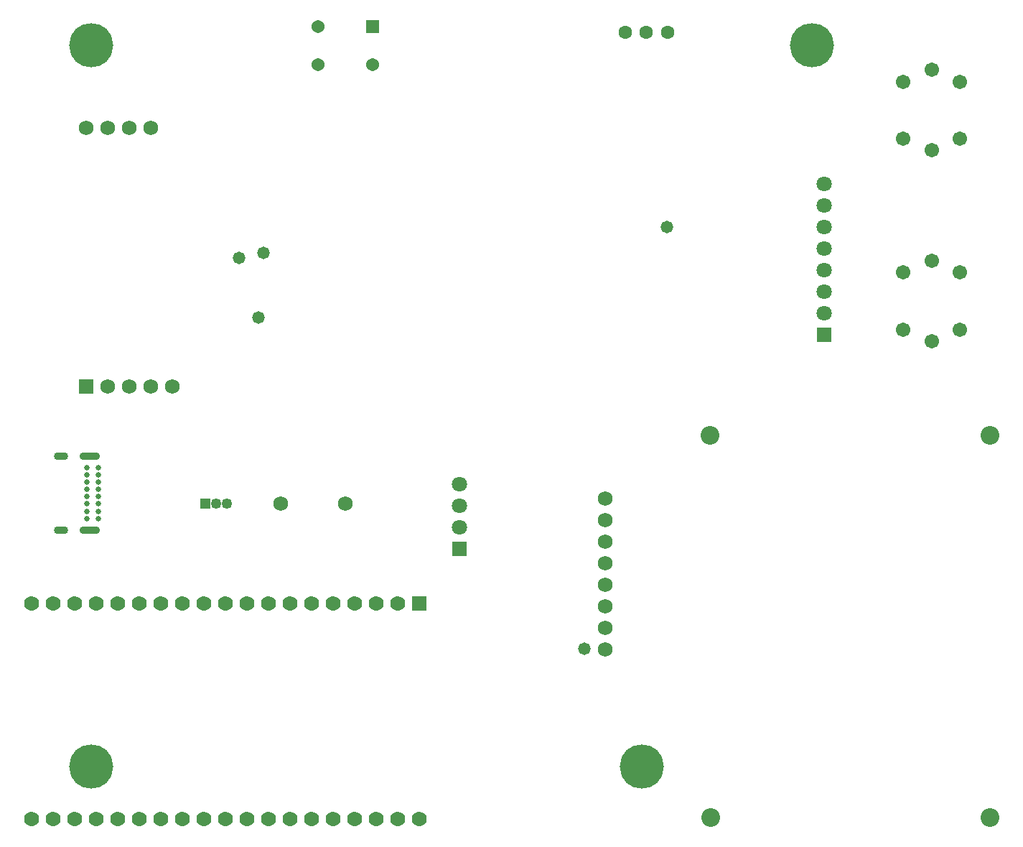
<source format=gbs>
G04*
G04 #@! TF.GenerationSoftware,Altium Limited,Altium Designer,21.1.1 (26)*
G04*
G04 Layer_Color=16711935*
%FSLAX44Y44*%
%MOMM*%
G71*
G04*
G04 #@! TF.SameCoordinates,318D8A57-BE55-4DA7-855F-93B026641E73*
G04*
G04*
G04 #@! TF.FilePolarity,Negative*
G04*
G01*
G75*
%ADD19C,1.5400*%
%ADD20R,1.5400X1.5400*%
%ADD21R,1.7632X1.7632*%
%ADD22C,1.7632*%
%ADD23C,1.6032*%
%ADD24C,1.2532*%
%ADD25R,1.2532X1.2532*%
%ADD26C,1.7032*%
%ADD27C,5.2032*%
%ADD28C,1.7272*%
%ADD29R,1.7272X1.7272*%
%ADD30C,0.6500*%
G04:AMPARAMS|DCode=31|XSize=0.9mm|YSize=2.4mm|CornerRadius=0.45mm|HoleSize=0mm|Usage=FLASHONLY|Rotation=270.000|XOffset=0mm|YOffset=0mm|HoleType=Round|Shape=RoundedRectangle|*
%AMROUNDEDRECTD31*
21,1,0.9000,1.5000,0,0,270.0*
21,1,0.0000,2.4000,0,0,270.0*
1,1,0.9000,-0.7500,0.0000*
1,1,0.9000,-0.7500,0.0000*
1,1,0.9000,0.7500,0.0000*
1,1,0.9000,0.7500,0.0000*
%
%ADD31ROUNDEDRECTD31*%
G04:AMPARAMS|DCode=32|XSize=0.9mm|YSize=1.7mm|CornerRadius=0.45mm|HoleSize=0mm|Usage=FLASHONLY|Rotation=270.000|XOffset=0mm|YOffset=0mm|HoleType=Round|Shape=RoundedRectangle|*
%AMROUNDEDRECTD32*
21,1,0.9000,0.8000,0,0,270.0*
21,1,0.0000,1.7000,0,0,270.0*
1,1,0.9000,-0.4000,0.0000*
1,1,0.9000,-0.4000,0.0000*
1,1,0.9000,0.4000,0.0000*
1,1,0.9000,0.4000,0.0000*
%
%ADD32ROUNDEDRECTD32*%
%ADD33C,2.2032*%
%ADD34C,1.8032*%
%ADD35R,1.8032X1.8032*%
%ADD36C,1.4732*%
D19*
X367500Y927500D02*
D03*
X432500D02*
D03*
X367500Y972500D02*
D03*
D20*
X432500D02*
D03*
D21*
X487600Y292000D02*
D03*
D22*
X462200D02*
D03*
X30400D02*
D03*
X436800D02*
D03*
X411400D02*
D03*
X386000D02*
D03*
X360600D02*
D03*
X335200D02*
D03*
X309800D02*
D03*
X284400D02*
D03*
X259000D02*
D03*
X233600D02*
D03*
X208200D02*
D03*
X182800D02*
D03*
X157400D02*
D03*
X132000D02*
D03*
X106600D02*
D03*
X81200D02*
D03*
X55800D02*
D03*
X487600Y38000D02*
D03*
X462200D02*
D03*
X436800D02*
D03*
X411400D02*
D03*
X386000D02*
D03*
X360600D02*
D03*
X335200D02*
D03*
X309800D02*
D03*
X284400D02*
D03*
X259000D02*
D03*
X233600D02*
D03*
X208200D02*
D03*
X182800D02*
D03*
X157400D02*
D03*
X132000D02*
D03*
X106600D02*
D03*
X81200D02*
D03*
X55800D02*
D03*
X30400D02*
D03*
D23*
X730000Y965000D02*
D03*
X755000D02*
D03*
X780000D02*
D03*
D24*
X260400Y410000D02*
D03*
X247700D02*
D03*
D25*
X235000D02*
D03*
D26*
X1057820Y615000D02*
D03*
X1125000D02*
D03*
X1057820Y682180D02*
D03*
X1125000D02*
D03*
X1091410Y601090D02*
D03*
Y696090D02*
D03*
X1125000Y907180D02*
D03*
X1057820D02*
D03*
X1125000Y840000D02*
D03*
X1057820D02*
D03*
X1091410Y921090D02*
D03*
Y826090D02*
D03*
D27*
X950000Y950000D02*
D03*
X100000D02*
D03*
X750000Y100000D02*
D03*
X100000D02*
D03*
D28*
X94200Y852400D02*
D03*
X119600D02*
D03*
X145000D02*
D03*
X170400D02*
D03*
X195800Y547600D02*
D03*
X170400D02*
D03*
X145000D02*
D03*
X119600D02*
D03*
X324000Y410000D02*
D03*
X400000D02*
D03*
X706270Y415940D02*
D03*
Y390540D02*
D03*
Y365140D02*
D03*
Y339740D02*
D03*
Y314340D02*
D03*
Y288940D02*
D03*
Y263540D02*
D03*
Y238140D02*
D03*
D29*
X94200Y547600D02*
D03*
D30*
X95000Y452000D02*
D03*
Y443500D02*
D03*
Y435000D02*
D03*
Y426500D02*
D03*
Y418000D02*
D03*
Y409500D02*
D03*
Y401000D02*
D03*
Y392500D02*
D03*
X108500D02*
D03*
Y401000D02*
D03*
Y409500D02*
D03*
Y418000D02*
D03*
Y426500D02*
D03*
Y435000D02*
D03*
Y443500D02*
D03*
Y452000D02*
D03*
D31*
X98700Y379000D02*
D03*
Y465500D02*
D03*
D32*
X64900Y379000D02*
D03*
Y465500D02*
D03*
D33*
X1160000Y40000D02*
D03*
Y490000D02*
D03*
X831270Y40000D02*
D03*
X830000Y490000D02*
D03*
D34*
X535000Y433100D02*
D03*
Y407700D02*
D03*
Y382300D02*
D03*
X965000Y787000D02*
D03*
Y761600D02*
D03*
Y710800D02*
D03*
Y660000D02*
D03*
Y634600D02*
D03*
Y685400D02*
D03*
Y736200D02*
D03*
D35*
X535000Y356900D02*
D03*
X965000Y609200D02*
D03*
D36*
X274540Y699736D02*
D03*
X682006Y239284D02*
D03*
X303800Y705120D02*
D03*
X297704Y628920D02*
D03*
X779400Y736200D02*
D03*
M02*

</source>
